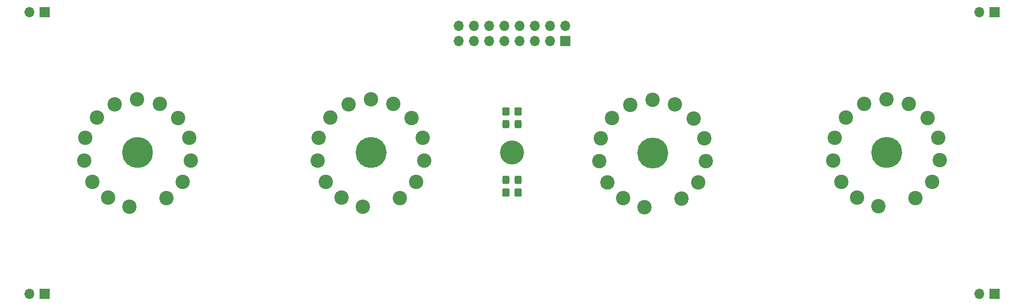
<source format=gbr>
%TF.GenerationSoftware,KiCad,Pcbnew,9.0.0*%
%TF.CreationDate,2025-03-11T11:24:58+01:00*%
%TF.ProjectId,CNIX V2 Tube Board,434e4958-2056-4322-9054-75626520426f,rev?*%
%TF.SameCoordinates,Original*%
%TF.FileFunction,Soldermask,Top*%
%TF.FilePolarity,Negative*%
%FSLAX46Y46*%
G04 Gerber Fmt 4.6, Leading zero omitted, Abs format (unit mm)*
G04 Created by KiCad (PCBNEW 9.0.0) date 2025-03-11 11:24:58*
%MOMM*%
%LPD*%
G01*
G04 APERTURE LIST*
G04 Aperture macros list*
%AMRoundRect*
0 Rectangle with rounded corners*
0 $1 Rounding radius*
0 $2 $3 $4 $5 $6 $7 $8 $9 X,Y pos of 4 corners*
0 Add a 4 corners polygon primitive as box body*
4,1,4,$2,$3,$4,$5,$6,$7,$8,$9,$2,$3,0*
0 Add four circle primitives for the rounded corners*
1,1,$1+$1,$2,$3*
1,1,$1+$1,$4,$5*
1,1,$1+$1,$6,$7*
1,1,$1+$1,$8,$9*
0 Add four rect primitives between the rounded corners*
20,1,$1+$1,$2,$3,$4,$5,0*
20,1,$1+$1,$4,$5,$6,$7,0*
20,1,$1+$1,$6,$7,$8,$9,0*
20,1,$1+$1,$8,$9,$2,$3,0*%
G04 Aperture macros list end*
%ADD10C,0.025400*%
%ADD11C,2.540000*%
%ADD12C,4.998720*%
%ADD13C,2.397760*%
%ADD14C,4.000000*%
%ADD15RoundRect,0.250000X-0.350000X-0.450000X0.350000X-0.450000X0.350000X0.450000X-0.350000X0.450000X0*%
%ADD16RoundRect,0.250000X-0.325000X-0.450000X0.325000X-0.450000X0.325000X0.450000X-0.325000X0.450000X0*%
%ADD17R,1.700000X1.700000*%
%ADD18O,1.700000X1.700000*%
G04 APERTURE END LIST*
D10*
%TO.C,U13*%
X213573020Y-100400000D02*
G75*
G02*
X208493020Y-100400000I-2540000J0D01*
G01*
X208493020Y-100400000D02*
G75*
G02*
X213573020Y-100400000I2540000J0D01*
G01*
D11*
X212303021Y-100400000D02*
G75*
G02*
X209763019Y-100400000I-1270001J0D01*
G01*
X209763019Y-100400000D02*
G75*
G02*
X212303021Y-100400000I1270001J0D01*
G01*
D10*
%TO.C,U10*%
X88573020Y-100413640D02*
G75*
G02*
X83493020Y-100413640I-2540000J0D01*
G01*
X83493020Y-100413640D02*
G75*
G02*
X88573020Y-100413640I2540000J0D01*
G01*
D11*
X87303021Y-100413640D02*
G75*
G02*
X84763019Y-100413640I-1270001J0D01*
G01*
X84763019Y-100413640D02*
G75*
G02*
X87303021Y-100413640I1270001J0D01*
G01*
D10*
%TO.C,U12*%
X174540000Y-100500000D02*
G75*
G02*
X169460000Y-100500000I-2540000J0D01*
G01*
X169460000Y-100500000D02*
G75*
G02*
X174540000Y-100500000I2540000J0D01*
G01*
D11*
X173270001Y-100500000D02*
G75*
G02*
X170729999Y-100500000I-1270001J0D01*
G01*
X170729999Y-100500000D02*
G75*
G02*
X173270001Y-100500000I1270001J0D01*
G01*
D10*
%TO.C,U11*%
X127540000Y-100413640D02*
G75*
G02*
X122460000Y-100413640I-2540000J0D01*
G01*
X122460000Y-100413640D02*
G75*
G02*
X127540000Y-100413640I2540000J0D01*
G01*
D11*
X126270001Y-100413640D02*
G75*
G02*
X123729999Y-100413640I-1270001J0D01*
G01*
X123729999Y-100413640D02*
G75*
G02*
X126270001Y-100413640I1270001J0D01*
G01*
%TD*%
D12*
%TO.C,U13*%
X211000000Y-100486360D03*
D13*
X209671581Y-109424620D03*
X206115580Y-107969200D03*
X203456200Y-105312360D03*
X202097300Y-101751280D03*
X202325900Y-97933660D03*
X204251220Y-94552920D03*
X207240801Y-92317720D03*
X210972060Y-91532860D03*
X214738880Y-92299940D03*
X217819899Y-94624040D03*
X219633460Y-97946360D03*
X219910320Y-101720801D03*
X218579360Y-105342840D03*
X215826000Y-108030160D03*
%TD*%
D14*
%TO.C,H1*%
X148500000Y-100400000D03*
%TD*%
D12*
%TO.C,U10*%
X86000000Y-100500000D03*
D13*
X84671581Y-109438260D03*
X81115580Y-107982840D03*
X78456200Y-105326000D03*
X77097300Y-101764920D03*
X77325900Y-97947300D03*
X79251220Y-94566560D03*
X82240801Y-92331360D03*
X85972060Y-91546500D03*
X89738880Y-92313580D03*
X92819899Y-94637680D03*
X94633460Y-97960000D03*
X94910320Y-101734441D03*
X93579360Y-105356480D03*
X90826000Y-108043800D03*
%TD*%
D12*
%TO.C,U12*%
X171966980Y-100586360D03*
D13*
X170638561Y-109524620D03*
X167082560Y-108069200D03*
X164423180Y-105412360D03*
X163064280Y-101851280D03*
X163292880Y-98033660D03*
X165218200Y-94652920D03*
X168207781Y-92417720D03*
X171939040Y-91632860D03*
X175705860Y-92399940D03*
X178786879Y-94724040D03*
X180600440Y-98046360D03*
X180877300Y-101820801D03*
X179546340Y-105442840D03*
X176792980Y-108130160D03*
%TD*%
D15*
%TO.C,R10*%
X147500000Y-93550000D03*
X149500000Y-93550000D03*
%TD*%
D16*
%TO.C,D11*%
X147475001Y-95650000D03*
X149524999Y-95650000D03*
%TD*%
D15*
%TO.C,R11*%
X147500000Y-107075001D03*
X149500000Y-107075001D03*
%TD*%
D16*
%TO.C,D12*%
X147475001Y-104975001D03*
X149524999Y-104975001D03*
%TD*%
D12*
%TO.C,U11*%
X124966980Y-100500000D03*
D13*
X123638561Y-109438260D03*
X120082560Y-107982840D03*
X117423180Y-105326000D03*
X116064280Y-101764920D03*
X116292880Y-97947300D03*
X118218200Y-94566560D03*
X121207781Y-92331360D03*
X124939040Y-91546500D03*
X128705860Y-92313580D03*
X131786879Y-94637680D03*
X133600440Y-97960000D03*
X133877300Y-101734441D03*
X132546340Y-105356480D03*
X129792980Y-108043800D03*
%TD*%
D17*
%TO.C,J1*%
X70540000Y-77000000D03*
D18*
X68000000Y-77000000D03*
%TD*%
D17*
%TO.C,J5*%
X229000000Y-124000000D03*
D18*
X226460000Y-124000000D03*
%TD*%
D17*
%TO.C,J4*%
X70540000Y-124000000D03*
D18*
X68000000Y-124000000D03*
%TD*%
D17*
%TO.C,J3*%
X157375000Y-81775000D03*
D18*
X157375000Y-79235000D03*
X154835000Y-81775000D03*
X154835000Y-79235000D03*
X152295001Y-81775000D03*
X152295000Y-79235000D03*
X149755000Y-81775000D03*
X149755000Y-79235000D03*
X147215000Y-81775000D03*
X147215000Y-79235000D03*
X144675000Y-81775000D03*
X144675000Y-79235000D03*
X142135000Y-81775000D03*
X142135000Y-79235000D03*
X139594999Y-81775000D03*
X139595000Y-79235000D03*
%TD*%
D17*
%TO.C,J2*%
X229000000Y-77000000D03*
D18*
X226460000Y-77000000D03*
%TD*%
M02*

</source>
